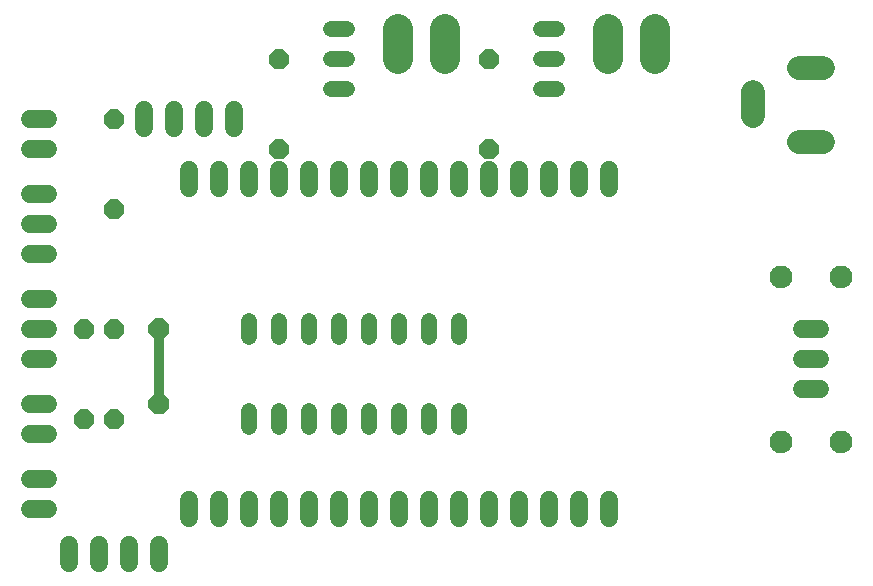
<source format=gbr>
G04 EAGLE Gerber RS-274X export*
G75*
%MOMM*%
%FSLAX34Y34*%
%LPD*%
%INTop Copper*%
%IPPOS*%
%AMOC8*
5,1,8,0,0,1.08239X$1,22.5*%
G01*
%ADD10C,1.508000*%
%ADD11C,1.320800*%
%ADD12C,2.032000*%
%ADD13P,1.814519X8X292.500000*%
%ADD14C,1.524000*%
%ADD15C,1.930400*%
%ADD16P,1.814519X8X112.500000*%
%ADD17C,2.550000*%
%ADD18P,1.924489X8X22.500000*%
%ADD19C,0.812800*%


D10*
X-584200Y-452040D02*
X-584200Y-436960D01*
X-558800Y-436960D02*
X-558800Y-452040D01*
X-533400Y-452040D02*
X-533400Y-436960D01*
X-508000Y-436960D02*
X-508000Y-452040D01*
X-482600Y-452040D02*
X-482600Y-436960D01*
X-457200Y-436960D02*
X-457200Y-452040D01*
X-431800Y-452040D02*
X-431800Y-436960D01*
X-406400Y-436960D02*
X-406400Y-452040D01*
X-381000Y-452040D02*
X-381000Y-436960D01*
X-355600Y-436960D02*
X-355600Y-452040D01*
X-330200Y-452040D02*
X-330200Y-436960D01*
X-304800Y-436960D02*
X-304800Y-452040D01*
X-279400Y-452040D02*
X-279400Y-436960D01*
X-254000Y-436960D02*
X-254000Y-452040D01*
X-228600Y-452040D02*
X-228600Y-436960D01*
X-584200Y-172640D02*
X-584200Y-157560D01*
X-558800Y-157560D02*
X-558800Y-172640D01*
X-533400Y-172640D02*
X-533400Y-157560D01*
X-508000Y-157560D02*
X-508000Y-172640D01*
X-482600Y-172640D02*
X-482600Y-157560D01*
X-457200Y-157560D02*
X-457200Y-172640D01*
X-431800Y-172640D02*
X-431800Y-157560D01*
X-406400Y-157560D02*
X-406400Y-172640D01*
X-381000Y-172640D02*
X-381000Y-157560D01*
X-355600Y-157560D02*
X-355600Y-172640D01*
X-330200Y-172640D02*
X-330200Y-157560D01*
X-304800Y-157560D02*
X-304800Y-172640D01*
X-279400Y-172640D02*
X-279400Y-157560D01*
X-254000Y-157560D02*
X-254000Y-172640D01*
X-228600Y-172640D02*
X-228600Y-157560D01*
D11*
X-533400Y-361696D02*
X-533400Y-374904D01*
X-508000Y-374904D02*
X-508000Y-361696D01*
X-381000Y-361696D02*
X-381000Y-374904D01*
X-355600Y-374904D02*
X-355600Y-361696D01*
X-482600Y-361696D02*
X-482600Y-374904D01*
X-457200Y-374904D02*
X-457200Y-361696D01*
X-406400Y-361696D02*
X-406400Y-374904D01*
X-431800Y-374904D02*
X-431800Y-361696D01*
X-355600Y-298704D02*
X-355600Y-285496D01*
X-381000Y-285496D02*
X-381000Y-298704D01*
X-406400Y-298704D02*
X-406400Y-285496D01*
X-431800Y-285496D02*
X-431800Y-298704D01*
X-457200Y-298704D02*
X-457200Y-285496D01*
X-482600Y-285496D02*
X-482600Y-298704D01*
X-508000Y-298704D02*
X-508000Y-285496D01*
X-533400Y-285496D02*
X-533400Y-298704D01*
D12*
X-67310Y-71120D02*
X-46990Y-71120D01*
X-46990Y-133350D02*
X-67310Y-133350D01*
X-106680Y-111760D02*
X-106680Y-91440D01*
D13*
X-647700Y-292100D03*
X-647700Y-368300D03*
X-673100Y-292100D03*
X-673100Y-368300D03*
D14*
X-64770Y-292100D02*
X-49530Y-292100D01*
X-49530Y-317500D02*
X-64770Y-317500D01*
X-64770Y-342900D02*
X-49530Y-342900D01*
D15*
X-82550Y-247650D03*
X-31750Y-247650D03*
X-82550Y-387350D03*
X-31750Y-387350D03*
D14*
X-622300Y-121920D02*
X-622300Y-106680D01*
X-596900Y-106680D02*
X-596900Y-121920D01*
X-571500Y-121920D02*
X-571500Y-106680D01*
X-546100Y-106680D02*
X-546100Y-121920D01*
X-703580Y-317500D02*
X-718820Y-317500D01*
X-718820Y-292100D02*
X-703580Y-292100D01*
X-703580Y-266700D02*
X-718820Y-266700D01*
X-718820Y-228600D02*
X-703580Y-228600D01*
X-703580Y-203200D02*
X-718820Y-203200D01*
X-718820Y-177800D02*
X-703580Y-177800D01*
D11*
X-463804Y-88900D02*
X-450596Y-88900D01*
X-450596Y-38100D02*
X-463804Y-38100D01*
X-463804Y-63500D02*
X-450596Y-63500D01*
X-286004Y-38100D02*
X-272796Y-38100D01*
X-272796Y-88900D02*
X-286004Y-88900D01*
X-286004Y-63500D02*
X-272796Y-63500D01*
D16*
X-508000Y-139700D03*
X-508000Y-63500D03*
X-330200Y-139700D03*
X-330200Y-63500D03*
D17*
X-407150Y-63550D02*
X-407150Y-38050D01*
X-367550Y-38050D02*
X-367550Y-63550D01*
X-229350Y-63550D02*
X-229350Y-38050D01*
X-189750Y-38050D02*
X-189750Y-63550D01*
D16*
X-647700Y-190500D03*
X-647700Y-114300D03*
D14*
X-685800Y-474980D02*
X-685800Y-490220D01*
X-660400Y-490220D02*
X-660400Y-474980D01*
X-635000Y-474980D02*
X-635000Y-490220D01*
X-609600Y-490220D02*
X-609600Y-474980D01*
X-703580Y-381000D02*
X-718820Y-381000D01*
X-718820Y-355600D02*
X-703580Y-355600D01*
X-703580Y-444500D02*
X-718820Y-444500D01*
X-718820Y-419100D02*
X-703580Y-419100D01*
X-703580Y-139700D02*
X-718820Y-139700D01*
X-718820Y-114300D02*
X-703580Y-114300D01*
D18*
X-609600Y-355600D03*
D19*
X-609600Y-292100D01*
D18*
X-609600Y-292100D03*
M02*

</source>
